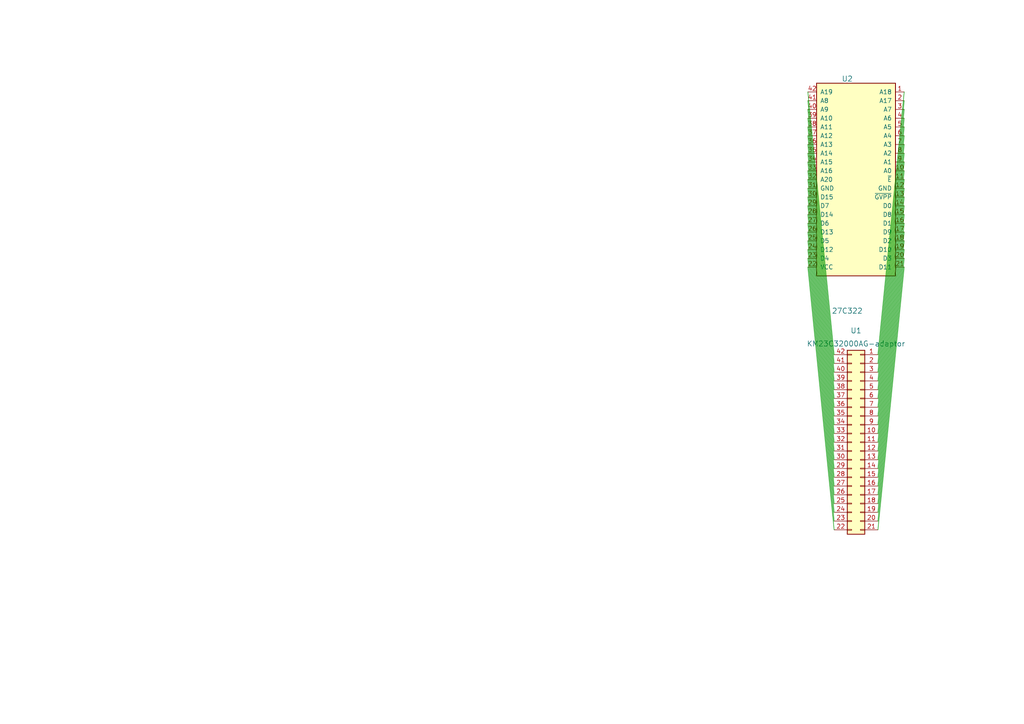
<source format=kicad_sch>
(kicad_sch (version 20211123) (generator eeschema)

  (uuid 4a8c20fe-5d4b-4608-b415-abbf95e0d2b1)

  (paper "A4")

  (lib_symbols
    (symbol "Connector_Generic:Conn_02x21_Counter_Clockwise" (pin_names (offset 1.016) hide) (in_bom yes) (on_board yes)
      (property "Reference" "J" (id 0) (at 1.27 27.94 0)
        (effects (font (size 1.27 1.27)))
      )
      (property "Value" "Conn_02x21_Counter_Clockwise" (id 1) (at 1.27 -27.94 0)
        (effects (font (size 1.27 1.27)))
      )
      (property "Footprint" "" (id 2) (at 0 0 0)
        (effects (font (size 1.27 1.27)) hide)
      )
      (property "Datasheet" "~" (id 3) (at 0 0 0)
        (effects (font (size 1.27 1.27)) hide)
      )
      (property "ki_keywords" "connector" (id 4) (at 0 0 0)
        (effects (font (size 1.27 1.27)) hide)
      )
      (property "ki_description" "Generic connector, double row, 02x21, counter clockwise pin numbering scheme (similar to DIP packge numbering), script generated (kicad-library-utils/schlib/autogen/connector/)" (id 5) (at 0 0 0)
        (effects (font (size 1.27 1.27)) hide)
      )
      (property "ki_fp_filters" "Connector*:*_2x??_*" (id 6) (at 0 0 0)
        (effects (font (size 1.27 1.27)) hide)
      )
      (symbol "Conn_02x21_Counter_Clockwise_1_1"
        (rectangle (start -1.27 -25.273) (end 0 -25.527)
          (stroke (width 0.1524) (type default) (color 0 0 0 0))
          (fill (type none))
        )
        (rectangle (start -1.27 -22.733) (end 0 -22.987)
          (stroke (width 0.1524) (type default) (color 0 0 0 0))
          (fill (type none))
        )
        (rectangle (start -1.27 -20.193) (end 0 -20.447)
          (stroke (width 0.1524) (type default) (color 0 0 0 0))
          (fill (type none))
        )
        (rectangle (start -1.27 -17.653) (end 0 -17.907)
          (stroke (width 0.1524) (type default) (color 0 0 0 0))
          (fill (type none))
        )
        (rectangle (start -1.27 -15.113) (end 0 -15.367)
          (stroke (width 0.1524) (type default) (color 0 0 0 0))
          (fill (type none))
        )
        (rectangle (start -1.27 -12.573) (end 0 -12.827)
          (stroke (width 0.1524) (type default) (color 0 0 0 0))
          (fill (type none))
        )
        (rectangle (start -1.27 -10.033) (end 0 -10.287)
          (stroke (width 0.1524) (type default) (color 0 0 0 0))
          (fill (type none))
        )
        (rectangle (start -1.27 -7.493) (end 0 -7.747)
          (stroke (width 0.1524) (type default) (color 0 0 0 0))
          (fill (type none))
        )
        (rectangle (start -1.27 -4.953) (end 0 -5.207)
          (stroke (width 0.1524) (type default) (color 0 0 0 0))
          (fill (type none))
        )
        (rectangle (start -1.27 -2.413) (end 0 -2.667)
          (stroke (width 0.1524) (type default) (color 0 0 0 0))
          (fill (type none))
        )
        (rectangle (start -1.27 0.127) (end 0 -0.127)
          (stroke (width 0.1524) (type default) (color 0 0 0 0))
          (fill (type none))
        )
        (rectangle (start -1.27 2.667) (end 0 2.413)
          (stroke (width 0.1524) (type default) (color 0 0 0 0))
          (fill (type none))
        )
        (rectangle (start -1.27 5.207) (end 0 4.953)
          (stroke (width 0.1524) (type default) (color 0 0 0 0))
          (fill (type none))
        )
        (rectangle (start -1.27 7.747) (end 0 7.493)
          (stroke (width 0.1524) (type default) (color 0 0 0 0))
          (fill (type none))
        )
        (rectangle (start -1.27 10.287) (end 0 10.033)
          (stroke (width 0.1524) (type default) (color 0 0 0 0))
          (fill (type none))
        )
        (rectangle (start -1.27 12.827) (end 0 12.573)
          (stroke (width 0.1524) (type default) (color 0 0 0 0))
          (fill (type none))
        )
        (rectangle (start -1.27 15.367) (end 0 15.113)
          (stroke (width 0.1524) (type default) (color 0 0 0 0))
          (fill (type none))
        )
        (rectangle (start -1.27 17.907) (end 0 17.653)
          (stroke (width 0.1524) (type default) (color 0 0 0 0))
          (fill (type none))
        )
        (rectangle (start -1.27 20.447) (end 0 20.193)
          (stroke (width 0.1524) (type default) (color 0 0 0 0))
          (fill (type none))
        )
        (rectangle (start -1.27 22.987) (end 0 22.733)
          (stroke (width 0.1524) (type default) (color 0 0 0 0))
          (fill (type none))
        )
        (rectangle (start -1.27 25.527) (end 0 25.273)
          (stroke (width 0.1524) (type default) (color 0 0 0 0))
          (fill (type none))
        )
        (rectangle (start -1.27 26.67) (end 3.81 -26.67)
          (stroke (width 0.254) (type default) (color 0 0 0 0))
          (fill (type background))
        )
        (rectangle (start 3.81 -25.273) (end 2.54 -25.527)
          (stroke (width 0.1524) (type default) (color 0 0 0 0))
          (fill (type none))
        )
        (rectangle (start 3.81 -22.733) (end 2.54 -22.987)
          (stroke (width 0.1524) (type default) (color 0 0 0 0))
          (fill (type none))
        )
        (rectangle (start 3.81 -20.193) (end 2.54 -20.447)
          (stroke (width 0.1524) (type default) (color 0 0 0 0))
          (fill (type none))
        )
        (rectangle (start 3.81 -17.653) (end 2.54 -17.907)
          (stroke (width 0.1524) (type default) (color 0 0 0 0))
          (fill (type none))
        )
        (rectangle (start 3.81 -15.113) (end 2.54 -15.367)
          (stroke (width 0.1524) (type default) (color 0 0 0 0))
          (fill (type none))
        )
        (rectangle (start 3.81 -12.573) (end 2.54 -12.827)
          (stroke (width 0.1524) (type default) (color 0 0 0 0))
          (fill (type none))
        )
        (rectangle (start 3.81 -10.033) (end 2.54 -10.287)
          (stroke (width 0.1524) (type default) (color 0 0 0 0))
          (fill (type none))
        )
        (rectangle (start 3.81 -7.493) (end 2.54 -7.747)
          (stroke (width 0.1524) (type default) (color 0 0 0 0))
          (fill (type none))
        )
        (rectangle (start 3.81 -4.953) (end 2.54 -5.207)
          (stroke (width 0.1524) (type default) (color 0 0 0 0))
          (fill (type none))
        )
        (rectangle (start 3.81 -2.413) (end 2.54 -2.667)
          (stroke (width 0.1524) (type default) (color 0 0 0 0))
          (fill (type none))
        )
        (rectangle (start 3.81 0.127) (end 2.54 -0.127)
          (stroke (width 0.1524) (type default) (color 0 0 0 0))
          (fill (type none))
        )
        (rectangle (start 3.81 2.667) (end 2.54 2.413)
          (stroke (width 0.1524) (type default) (color 0 0 0 0))
          (fill (type none))
        )
        (rectangle (start 3.81 5.207) (end 2.54 4.953)
          (stroke (width 0.1524) (type default) (color 0 0 0 0))
          (fill (type none))
        )
        (rectangle (start 3.81 7.747) (end 2.54 7.493)
          (stroke (width 0.1524) (type default) (color 0 0 0 0))
          (fill (type none))
        )
        (rectangle (start 3.81 10.287) (end 2.54 10.033)
          (stroke (width 0.1524) (type default) (color 0 0 0 0))
          (fill (type none))
        )
        (rectangle (start 3.81 12.827) (end 2.54 12.573)
          (stroke (width 0.1524) (type default) (color 0 0 0 0))
          (fill (type none))
        )
        (rectangle (start 3.81 15.367) (end 2.54 15.113)
          (stroke (width 0.1524) (type default) (color 0 0 0 0))
          (fill (type none))
        )
        (rectangle (start 3.81 17.907) (end 2.54 17.653)
          (stroke (width 0.1524) (type default) (color 0 0 0 0))
          (fill (type none))
        )
        (rectangle (start 3.81 20.447) (end 2.54 20.193)
          (stroke (width 0.1524) (type default) (color 0 0 0 0))
          (fill (type none))
        )
        (rectangle (start 3.81 22.987) (end 2.54 22.733)
          (stroke (width 0.1524) (type default) (color 0 0 0 0))
          (fill (type none))
        )
        (rectangle (start 3.81 25.527) (end 2.54 25.273)
          (stroke (width 0.1524) (type default) (color 0 0 0 0))
          (fill (type none))
        )
        (pin passive line (at -5.08 25.4 0) (length 3.81)
          (name "Pin_1" (effects (font (size 1.27 1.27))))
          (number "1" (effects (font (size 1.27 1.27))))
        )
        (pin passive line (at -5.08 2.54 0) (length 3.81)
          (name "Pin_10" (effects (font (size 1.27 1.27))))
          (number "10" (effects (font (size 1.27 1.27))))
        )
        (pin passive line (at -5.08 0 0) (length 3.81)
          (name "Pin_11" (effects (font (size 1.27 1.27))))
          (number "11" (effects (font (size 1.27 1.27))))
        )
        (pin passive line (at -5.08 -2.54 0) (length 3.81)
          (name "Pin_12" (effects (font (size 1.27 1.27))))
          (number "12" (effects (font (size 1.27 1.27))))
        )
        (pin passive line (at -5.08 -5.08 0) (length 3.81)
          (name "Pin_13" (effects (font (size 1.27 1.27))))
          (number "13" (effects (font (size 1.27 1.27))))
        )
        (pin passive line (at -5.08 -7.62 0) (length 3.81)
          (name "Pin_14" (effects (font (size 1.27 1.27))))
          (number "14" (effects (font (size 1.27 1.27))))
        )
        (pin passive line (at -5.08 -10.16 0) (length 3.81)
          (name "Pin_15" (effects (font (size 1.27 1.27))))
          (number "15" (effects (font (size 1.27 1.27))))
        )
        (pin passive line (at -5.08 -12.7 0) (length 3.81)
          (name "Pin_16" (effects (font (size 1.27 1.27))))
          (number "16" (effects (font (size 1.27 1.27))))
        )
        (pin passive line (at -5.08 -15.24 0) (length 3.81)
          (name "Pin_17" (effects (font (size 1.27 1.27))))
          (number "17" (effects (font (size 1.27 1.27))))
        )
        (pin passive line (at -5.08 -17.78 0) (length 3.81)
          (name "Pin_18" (effects (font (size 1.27 1.27))))
          (number "18" (effects (font (size 1.27 1.27))))
        )
        (pin passive line (at -5.08 -20.32 0) (length 3.81)
          (name "Pin_19" (effects (font (size 1.27 1.27))))
          (number "19" (effects (font (size 1.27 1.27))))
        )
        (pin passive line (at -5.08 22.86 0) (length 3.81)
          (name "Pin_2" (effects (font (size 1.27 1.27))))
          (number "2" (effects (font (size 1.27 1.27))))
        )
        (pin passive line (at -5.08 -22.86 0) (length 3.81)
          (name "Pin_20" (effects (font (size 1.27 1.27))))
          (number "20" (effects (font (size 1.27 1.27))))
        )
        (pin passive line (at -5.08 -25.4 0) (length 3.81)
          (name "Pin_21" (effects (font (size 1.27 1.27))))
          (number "21" (effects (font (size 1.27 1.27))))
        )
        (pin passive line (at 7.62 -25.4 180) (length 3.81)
          (name "Pin_22" (effects (font (size 1.27 1.27))))
          (number "22" (effects (font (size 1.27 1.27))))
        )
        (pin passive line (at 7.62 -22.86 180) (length 3.81)
          (name "Pin_23" (effects (font (size 1.27 1.27))))
          (number "23" (effects (font (size 1.27 1.27))))
        )
        (pin passive line (at 7.62 -20.32 180) (length 3.81)
          (name "Pin_24" (effects (font (size 1.27 1.27))))
          (number "24" (effects (font (size 1.27 1.27))))
        )
        (pin passive line (at 7.62 -17.78 180) (length 3.81)
          (name "Pin_25" (effects (font (size 1.27 1.27))))
          (number "25" (effects (font (size 1.27 1.27))))
        )
        (pin passive line (at 7.62 -15.24 180) (length 3.81)
          (name "Pin_26" (effects (font (size 1.27 1.27))))
          (number "26" (effects (font (size 1.27 1.27))))
        )
        (pin passive line (at 7.62 -12.7 180) (length 3.81)
          (name "Pin_27" (effects (font (size 1.27 1.27))))
          (number "27" (effects (font (size 1.27 1.27))))
        )
        (pin passive line (at 7.62 -10.16 180) (length 3.81)
          (name "Pin_28" (effects (font (size 1.27 1.27))))
          (number "28" (effects (font (size 1.27 1.27))))
        )
        (pin passive line (at 7.62 -7.62 180) (length 3.81)
          (name "Pin_29" (effects (font (size 1.27 1.27))))
          (number "29" (effects (font (size 1.27 1.27))))
        )
        (pin passive line (at -5.08 20.32 0) (length 3.81)
          (name "Pin_3" (effects (font (size 1.27 1.27))))
          (number "3" (effects (font (size 1.27 1.27))))
        )
        (pin passive line (at 7.62 -5.08 180) (length 3.81)
          (name "Pin_30" (effects (font (size 1.27 1.27))))
          (number "30" (effects (font (size 1.27 1.27))))
        )
        (pin passive line (at 7.62 -2.54 180) (length 3.81)
          (name "Pin_31" (effects (font (size 1.27 1.27))))
          (number "31" (effects (font (size 1.27 1.27))))
        )
        (pin passive line (at 7.62 0 180) (length 3.81)
          (name "Pin_32" (effects (font (size 1.27 1.27))))
          (number "32" (effects (font (size 1.27 1.27))))
        )
        (pin passive line (at 7.62 2.54 180) (length 3.81)
          (name "Pin_33" (effects (font (size 1.27 1.27))))
          (number "33" (effects (font (size 1.27 1.27))))
        )
        (pin passive line (at 7.62 5.08 180) (length 3.81)
          (name "Pin_34" (effects (font (size 1.27 1.27))))
          (number "34" (effects (font (size 1.27 1.27))))
        )
        (pin passive line (at 7.62 7.62 180) (length 3.81)
          (name "Pin_35" (effects (font (size 1.27 1.27))))
          (number "35" (effects (font (size 1.27 1.27))))
        )
        (pin passive line (at 7.62 10.16 180) (length 3.81)
          (name "Pin_36" (effects (font (size 1.27 1.27))))
          (number "36" (effects (font (size 1.27 1.27))))
        )
        (pin passive line (at 7.62 12.7 180) (length 3.81)
          (name "Pin_37" (effects (font (size 1.27 1.27))))
          (number "37" (effects (font (size 1.27 1.27))))
        )
        (pin passive line (at 7.62 15.24 180) (length 3.81)
          (name "Pin_38" (effects (font (size 1.27 1.27))))
          (number "38" (effects (font (size 1.27 1.27))))
        )
        (pin passive line (at 7.62 17.78 180) (length 3.81)
          (name "Pin_39" (effects (font (size 1.27 1.27))))
          (number "39" (effects (font (size 1.27 1.27))))
        )
        (pin passive line (at -5.08 17.78 0) (length 3.81)
          (name "Pin_4" (effects (font (size 1.27 1.27))))
          (number "4" (effects (font (size 1.27 1.27))))
        )
        (pin passive line (at 7.62 20.32 180) (length 3.81)
          (name "Pin_40" (effects (font (size 1.27 1.27))))
          (number "40" (effects (font (size 1.27 1.27))))
        )
        (pin passive line (at 7.62 22.86 180) (length 3.81)
          (name "Pin_41" (effects (font (size 1.27 1.27))))
          (number "41" (effects (font (size 1.27 1.27))))
        )
        (pin passive line (at 7.62 25.4 180) (length 3.81)
          (name "Pin_42" (effects (font (size 1.27 1.27))))
          (number "42" (effects (font (size 1.27 1.27))))
        )
        (pin passive line (at -5.08 15.24 0) (length 3.81)
          (name "Pin_5" (effects (font (size 1.27 1.27))))
          (number "5" (effects (font (size 1.27 1.27))))
        )
        (pin passive line (at -5.08 12.7 0) (length 3.81)
          (name "Pin_6" (effects (font (size 1.27 1.27))))
          (number "6" (effects (font (size 1.27 1.27))))
        )
        (pin passive line (at -5.08 10.16 0) (length 3.81)
          (name "Pin_7" (effects (font (size 1.27 1.27))))
          (number "7" (effects (font (size 1.27 1.27))))
        )
        (pin passive line (at -5.08 7.62 0) (length 3.81)
          (name "Pin_8" (effects (font (size 1.27 1.27))))
          (number "8" (effects (font (size 1.27 1.27))))
        )
        (pin passive line (at -5.08 5.08 0) (length 3.81)
          (name "Pin_9" (effects (font (size 1.27 1.27))))
          (number "9" (effects (font (size 1.27 1.27))))
        )
      )
    )
    (symbol "TSOP-48-breakout-board:27C322-adaptor" (pin_names (offset 1.016)) (in_bom yes) (on_board yes)
      (property "Reference" "U2" (id 0) (at -2.54 10.16 0)
        (effects (font (size 1.524 1.524)))
      )
      (property "Value" "27C322-adaptor" (id 1) (at -2.54 -49.53 0)
        (effects (font (size 1.524 1.524)))
      )
      (property "Footprint" "Library:27C322 Adaptor" (id 2) (at 0 0 0)
        (effects (font (size 1.524 1.524)) hide)
      )
      (property "Datasheet" "" (id 3) (at 0 0 0)
        (effects (font (size 1.524 1.524)))
      )
      (symbol "27C322-adaptor_0_0"
        (pin power_in line (at 11.43 -21.59 180) (length 2.54)
          (name "GND" (effects (font (size 1.27 1.27))))
          (number "31" (effects (font (size 1.27 1.27))))
        )
      )
      (symbol "27C322-adaptor_1_1"
        (rectangle (start -13.97 8.89) (end 8.89 -46.99)
          (stroke (width 0.254) (type default) (color 0 0 0 0))
          (fill (type background))
        )
        (pin input line (at -16.51 6.35 0) (length 2.54)
          (name "A18" (effects (font (size 1.27 1.27))))
          (number "1" (effects (font (size 1.27 1.27))))
        )
        (pin input line (at -16.51 -16.51 0) (length 2.54)
          (name "A0" (effects (font (size 1.27 1.27))))
          (number "10" (effects (font (size 1.27 1.27))))
        )
        (pin input line (at -16.51 -19.05 0) (length 2.54)
          (name "~{E}" (effects (font (size 1.27 1.27))))
          (number "11" (effects (font (size 1.27 1.27))))
        )
        (pin power_in line (at -16.51 -21.59 0) (length 2.54)
          (name "GND" (effects (font (size 1.27 1.27))))
          (number "12" (effects (font (size 1.27 1.27))))
        )
        (pin input line (at -16.51 -24.13 0) (length 2.54)
          (name "~{GVPP}" (effects (font (size 1.27 1.27))))
          (number "13" (effects (font (size 1.27 1.27))))
        )
        (pin tri_state line (at -16.51 -26.67 0) (length 2.54)
          (name "D0" (effects (font (size 1.27 1.27))))
          (number "14" (effects (font (size 1.27 1.27))))
        )
        (pin tri_state line (at -16.51 -29.21 0) (length 2.54)
          (name "D8" (effects (font (size 1.27 1.27))))
          (number "15" (effects (font (size 1.27 1.27))))
        )
        (pin tri_state line (at -16.51 -31.75 0) (length 2.54)
          (name "D1" (effects (font (size 1.27 1.27))))
          (number "16" (effects (font (size 1.27 1.27))))
        )
        (pin tri_state line (at -16.51 -34.29 0) (length 2.54)
          (name "D9" (effects (font (size 1.27 1.27))))
          (number "17" (effects (font (size 1.27 1.27))))
        )
        (pin tri_state line (at -16.51 -36.83 0) (length 2.54)
          (name "D2" (effects (font (size 1.27 1.27))))
          (number "18" (effects (font (size 1.27 1.27))))
        )
        (pin tri_state line (at -16.51 -39.37 0) (length 2.54)
          (name "D10" (effects (font (size 1.27 1.27))))
          (number "19" (effects (font (size 1.27 1.27))))
        )
        (pin input line (at -16.51 3.81 0) (length 2.54)
          (name "A17" (effects (font (size 1.27 1.27))))
          (number "2" (effects (font (size 1.27 1.27))))
        )
        (pin tri_state line (at -16.51 -41.91 0) (length 2.54)
          (name "D3" (effects (font (size 1.27 1.27))))
          (number "20" (effects (font (size 1.27 1.27))))
        )
        (pin tri_state line (at -16.51 -44.45 0) (length 2.54)
          (name "D11" (effects (font (size 1.27 1.27))))
          (number "21" (effects (font (size 1.27 1.27))))
        )
        (pin power_in line (at 11.43 -44.45 180) (length 2.54)
          (name "VCC" (effects (font (size 1.27 1.27))))
          (number "22" (effects (font (size 1.27 1.27))))
        )
        (pin tri_state line (at 11.43 -41.91 180) (length 2.54)
          (name "D4" (effects (font (size 1.27 1.27))))
          (number "23" (effects (font (size 1.27 1.27))))
        )
        (pin tri_state line (at 11.43 -39.37 180) (length 2.54)
          (name "D12" (effects (font (size 1.27 1.27))))
          (number "24" (effects (font (size 1.27 1.27))))
        )
        (pin tri_state line (at 11.43 -36.83 180) (length 2.54)
          (name "D5" (effects (font (size 1.27 1.27))))
          (number "25" (effects (font (size 1.27 1.27))))
        )
        (pin tri_state line (at 11.43 -34.29 180) (length 2.54)
          (name "D13" (effects (font (size 1.27 1.27))))
          (number "26" (effects (font (size 1.27 1.27))))
        )
        (pin tri_state line (at 11.43 -31.75 180) (length 2.54)
          (name "D6" (effects (font (size 1.27 1.27))))
          (number "27" (effects (font (size 1.27 1.27))))
        )
        (pin tri_state line (at 11.43 -29.21 180) (length 2.54)
          (name "D14" (effects (font (size 1.27 1.27))))
          (number "28" (effects (font (size 1.27 1.27))))
        )
        (pin tri_state line (at 11.43 -26.67 180) (length 2.54)
          (name "D7" (effects (font (size 1.27 1.27))))
          (number "29" (effects (font (size 1.27 1.27))))
        )
        (pin input line (at -16.51 1.27 0) (length 2.54)
          (name "A7" (effects (font (size 1.27 1.27))))
          (number "3" (effects (font (size 1.27 1.27))))
        )
        (pin tri_state line (at 11.43 -24.13 180) (length 2.54)
          (name "D15" (effects (font (size 1.27 1.27))))
          (number "30" (effects (font (size 1.27 1.27))))
        )
        (pin input line (at 11.43 -19.05 180) (length 2.54)
          (name "A20" (effects (font (size 1.27 1.27))))
          (number "32" (effects (font (size 1.27 1.27))))
        )
        (pin input line (at 11.43 -16.51 180) (length 2.54)
          (name "A16" (effects (font (size 1.27 1.27))))
          (number "33" (effects (font (size 1.27 1.27))))
        )
        (pin input line (at 11.43 -13.97 180) (length 2.54)
          (name "A15" (effects (font (size 1.27 1.27))))
          (number "34" (effects (font (size 1.27 1.27))))
        )
        (pin input line (at 11.43 -11.43 180) (length 2.54)
          (name "A14" (effects (font (size 1.27 1.27))))
          (number "35" (effects (font (size 1.27 1.27))))
        )
        (pin input line (at 11.43 -8.89 180) (length 2.54)
          (name "A13" (effects (font (size 1.27 1.27))))
          (number "36" (effects (font (size 1.27 1.27))))
        )
        (pin input line (at 11.43 -6.35 180) (length 2.54)
          (name "A12" (effects (font (size 1.27 1.27))))
          (number "37" (effects (font (size 1.27 1.27))))
        )
        (pin input line (at 11.43 -3.81 180) (length 2.54)
          (name "A11" (effects (font (size 1.27 1.27))))
          (number "38" (effects (font (size 1.27 1.27))))
        )
        (pin input line (at 11.43 -1.27 180) (length 2.54)
          (name "A10" (effects (font (size 1.27 1.27))))
          (number "39" (effects (font (size 1.27 1.27))))
        )
        (pin input line (at -16.51 -1.27 0) (length 2.54)
          (name "A6" (effects (font (size 1.27 1.27))))
          (number "4" (effects (font (size 1.27 1.27))))
        )
        (pin input line (at 11.43 1.27 180) (length 2.54)
          (name "A9" (effects (font (size 1.27 1.27))))
          (number "40" (effects (font (size 1.27 1.27))))
        )
        (pin input line (at 11.43 3.81 180) (length 2.54)
          (name "A8" (effects (font (size 1.27 1.27))))
          (number "41" (effects (font (size 1.27 1.27))))
        )
        (pin input line (at 11.43 6.35 180) (length 2.54)
          (name "A19" (effects (font (size 1.27 1.27))))
          (number "42" (effects (font (size 1.27 1.27))))
        )
        (pin input line (at -16.51 -3.81 0) (length 2.54)
          (name "A5" (effects (font (size 1.27 1.27))))
          (number "5" (effects (font (size 1.27 1.27))))
        )
        (pin input line (at -16.51 -6.35 0) (length 2.54)
          (name "A4" (effects (font (size 1.27 1.27))))
          (number "6" (effects (font (size 1.27 1.27))))
        )
        (pin input line (at -16.51 -8.89 0) (length 2.54)
          (name "A3" (effects (font (size 1.27 1.27))))
          (number "7" (effects (font (size 1.27 1.27))))
        )
        (pin input line (at -16.51 -11.43 0) (length 2.54)
          (name "A2" (effects (font (size 1.27 1.27))))
          (number "8" (effects (font (size 1.27 1.27))))
        )
        (pin input line (at -16.51 -13.97 0) (length 2.54)
          (name "A1" (effects (font (size 1.27 1.27))))
          (number "9" (effects (font (size 1.27 1.27))))
        )
      )
    )
  )


  (wire (pts (xy 241.935 151.13) (xy 234.315 74.93))
    (stroke (width 0) (type default) (color 0 0 0 0))
    (uuid 0802501d-3d05-4e20-879e-d5c41869d3b1)
  )
  (wire (pts (xy 241.935 153.67) (xy 234.315 77.47))
    (stroke (width 0) (type default) (color 0 0 0 0))
    (uuid 0c73bac1-e9e8-4f8f-b5b9-5457c2237590)
  )
  (wire (pts (xy 254.635 107.95) (xy 262.255 31.75))
    (stroke (width 0) (type default) (color 0 0 0 0))
    (uuid 0f071380-d7d1-4321-81cf-514cea8dee1b)
  )
  (wire (pts (xy 254.635 120.65) (xy 262.255 44.45))
    (stroke (width 0) (type default) (color 0 0 0 0))
    (uuid 107d505e-203b-49bd-8b97-9ad239817cdc)
  )
  (wire (pts (xy 241.935 143.51) (xy 234.315 67.31))
    (stroke (width 0) (type default) (color 0 0 0 0))
    (uuid 1b9a06a3-4c59-44e9-832b-f3cc647560da)
  )
  (wire (pts (xy 254.635 102.87) (xy 262.255 26.67))
    (stroke (width 0) (type default) (color 0 0 0 0))
    (uuid 23d4daef-2519-4a9e-956e-40364ae27057)
  )
  (wire (pts (xy 254.635 151.13) (xy 262.255 74.93))
    (stroke (width 0) (type default) (color 0 0 0 0))
    (uuid 25c91e07-f1f4-4adc-98c1-dba4e76dda30)
  )
  (wire (pts (xy 241.935 120.65) (xy 234.315 44.45))
    (stroke (width 0) (type default) (color 0 0 0 0))
    (uuid 293105dc-bc4f-4efe-b6fe-144fccf389ad)
  )
  (wire (pts (xy 241.935 125.73) (xy 234.315 49.53))
    (stroke (width 0) (type default) (color 0 0 0 0))
    (uuid 2edc2796-fd54-4d36-a4bf-128664671600)
  )
  (wire (pts (xy 254.635 110.49) (xy 262.255 34.29))
    (stroke (width 0) (type default) (color 0 0 0 0))
    (uuid 31284fb5-1f3f-4492-9b18-58a99854cd39)
  )
  (wire (pts (xy 241.935 113.03) (xy 234.315 36.83))
    (stroke (width 0) (type default) (color 0 0 0 0))
    (uuid 4659ecc7-a410-42be-87ea-642dd94aea53)
  )
  (wire (pts (xy 254.635 123.19) (xy 262.255 46.99))
    (stroke (width 0) (type default) (color 0 0 0 0))
    (uuid 7bc561c8-270c-4112-a2d1-7bc957114018)
  )
  (wire (pts (xy 241.935 118.11) (xy 234.315 41.91))
    (stroke (width 0) (type default) (color 0 0 0 0))
    (uuid 87428f2e-3e08-46ba-909d-f74b78046cc2)
  )
  (wire (pts (xy 241.935 146.05) (xy 234.315 69.85))
    (stroke (width 0) (type default) (color 0 0 0 0))
    (uuid 8d984d01-bb85-4f4c-ab15-e7be3e85e7f4)
  )
  (wire (pts (xy 241.935 105.41) (xy 234.315 29.21))
    (stroke (width 0) (type default) (color 0 0 0 0))
    (uuid 996b8fce-a9dc-47db-9b5c-46be5e3b78e6)
  )
  (wire (pts (xy 241.935 140.97) (xy 234.315 64.77))
    (stroke (width 0) (type default) (color 0 0 0 0))
    (uuid 9a629ee2-c9fd-4eb2-8524-863f46180fbf)
  )
  (wire (pts (xy 254.635 146.05) (xy 262.255 69.85))
    (stroke (width 0) (type default) (color 0 0 0 0))
    (uuid 9d3fefc4-ac40-412a-a8ff-3843e383cfc7)
  )
  (wire (pts (xy 254.635 105.41) (xy 262.255 29.21))
    (stroke (width 0) (type default) (color 0 0 0 0))
    (uuid 9fde582c-1588-49ed-b2ad-3ed07268b573)
  )
  (wire (pts (xy 241.935 128.27) (xy 234.315 52.07))
    (stroke (width 0) (type default) (color 0 0 0 0))
    (uuid a2252d99-b468-4519-aa91-ff829a5f5f7b)
  )
  (wire (pts (xy 254.635 128.27) (xy 262.255 52.07))
    (stroke (width 0) (type default) (color 0 0 0 0))
    (uuid a52f7428-a1ac-49cd-9922-ab45a0dad723)
  )
  (wire (pts (xy 241.935 138.43) (xy 234.315 62.23))
    (stroke (width 0) (type default) (color 0 0 0 0))
    (uuid a5340d01-3725-42ec-b96d-32b35e9392a4)
  )
  (wire (pts (xy 241.935 115.57) (xy 234.315 39.37))
    (stroke (width 0) (type default) (color 0 0 0 0))
    (uuid b49d9ea7-3c9a-4c29-8617-edfc525dd4ac)
  )
  (wire (pts (xy 254.635 140.97) (xy 262.255 64.77))
    (stroke (width 0) (type default) (color 0 0 0 0))
    (uuid ba87378b-5395-4518-9304-4145cf7a0e21)
  )
  (wire (pts (xy 241.935 107.95) (xy 234.315 31.75))
    (stroke (width 0) (type default) (color 0 0 0 0))
    (uuid c2ada203-e68c-4bfd-b68c-e9533888dd1c)
  )
  (wire (pts (xy 241.935 110.49) (xy 234.315 34.29))
    (stroke (width 0) (type default) (color 0 0 0 0))
    (uuid c7b427ec-7faa-4f0a-80f9-46d179bf4762)
  )
  (wire (pts (xy 241.935 102.87) (xy 234.315 26.67))
    (stroke (width 0) (type default) (color 0 0 0 0))
    (uuid c96e37fa-c235-40ca-ab76-c881d371890a)
  )
  (wire (pts (xy 254.635 135.89) (xy 262.255 59.69))
    (stroke (width 0) (type default) (color 0 0 0 0))
    (uuid cb2f6f5a-ee73-4175-83db-8e47f6018d69)
  )
  (wire (pts (xy 254.635 125.73) (xy 262.255 49.53))
    (stroke (width 0) (type default) (color 0 0 0 0))
    (uuid cbdec8ef-75e2-4d0d-8607-ed8fa0dbbf72)
  )
  (wire (pts (xy 241.935 135.89) (xy 234.315 59.69))
    (stroke (width 0) (type default) (color 0 0 0 0))
    (uuid cc988073-76fc-4ed5-87f2-01f157bf967f)
  )
  (wire (pts (xy 241.935 130.81) (xy 234.315 54.61))
    (stroke (width 0) (type default) (color 0 0 0 0))
    (uuid cd713964-0413-4aa8-8417-4b1003d5ee33)
  )
  (wire (pts (xy 254.635 148.59) (xy 262.255 72.39))
    (stroke (width 0) (type default) (color 0 0 0 0))
    (uuid d0c0618b-6894-4430-b57c-4cbca83cc627)
  )
  (wire (pts (xy 254.635 133.35) (xy 262.255 57.15))
    (stroke (width 0) (type default) (color 0 0 0 0))
    (uuid d5cefa3e-1722-401b-b7e5-1626fa3475db)
  )
  (wire (pts (xy 241.935 123.19) (xy 234.315 46.99))
    (stroke (width 0) (type default) (color 0 0 0 0))
    (uuid d62aed25-25b6-4a1d-82a8-4a66a814c4a9)
  )
  (wire (pts (xy 254.635 113.03) (xy 262.255 36.83))
    (stroke (width 0) (type default) (color 0 0 0 0))
    (uuid db971ace-bfe1-4e76-bb78-5be3cce94969)
  )
  (wire (pts (xy 254.635 118.11) (xy 262.255 41.91))
    (stroke (width 0) (type default) (color 0 0 0 0))
    (uuid dd6f9b03-3a18-4c34-8112-dda50f47dbb6)
  )
  (wire (pts (xy 241.935 148.59) (xy 234.315 72.39))
    (stroke (width 0) (type default) (color 0 0 0 0))
    (uuid de6b3fc0-046f-410c-b18a-fa3228de1954)
  )
  (wire (pts (xy 254.635 115.57) (xy 262.255 39.37))
    (stroke (width 0) (type default) (color 0 0 0 0))
    (uuid eb7ee07d-7812-4456-aa00-2853806d7bd2)
  )
  (wire (pts (xy 241.935 133.35) (xy 234.315 57.15))
    (stroke (width 0) (type default) (color 0 0 0 0))
    (uuid ee6a508c-5c42-4ac1-8769-34882997fbf9)
  )
  (wire (pts (xy 254.635 143.51) (xy 262.255 67.31))
    (stroke (width 0) (type default) (color 0 0 0 0))
    (uuid f6399307-09ac-458f-bc4f-fbd1d2971700)
  )
  (wire (pts (xy 254.635 138.43) (xy 262.255 62.23))
    (stroke (width 0) (type default) (color 0 0 0 0))
    (uuid f9ab5342-2bc9-4608-a6c6-4251db6c66f5)
  )
  (wire (pts (xy 254.635 130.81) (xy 262.255 54.61))
    (stroke (width 0) (type default) (color 0 0 0 0))
    (uuid fe207d89-78d6-47d3-8b1f-2236b40a28d3)
  )
  (wire (pts (xy 254.635 153.67) (xy 262.255 77.47))
    (stroke (width 0) (type default) (color 0 0 0 0))
    (uuid ff1c02c6-7716-4b90-854c-f5fff48f7b95)
  )

  (symbol (lib_id "Connector_Generic:Conn_02x21_Counter_Clockwise") (at 249.555 128.27 0) (mirror y) (unit 1)
    (in_bom yes) (on_board yes) (fields_autoplaced)
    (uuid 6d752d53-f260-4225-9217-d249f80a1880)
    (property "Reference" "U1" (id 0) (at 248.285 95.885 0)
      (effects (font (size 1.524 1.524)))
    )
    (property "Value" "KM23C32000AG-adaptor" (id 1) (at 248.285 99.695 0)
      (effects (font (size 1.524 1.524)))
    )
    (property "Footprint" "Connector_PinHeader_1.27mm:PinHeader_2x21_P1.27mm_Vertical" (id 2) (at 249.555 128.27 0)
      (effects (font (size 1.524 1.524)) hide)
    )
    (property "Datasheet" "~" (id 3) (at 249.555 128.27 0)
      (effects (font (size 1.27 1.27)) hide)
    )
    (pin "1" (uuid 1d8e58a9-0c88-4b67-86d3-6a833eb85792))
    (pin "10" (uuid eba6c92e-a9cd-4bc6-a8be-fad3002bc54f))
    (pin "11" (uuid f2f719e7-dae1-4b9e-93be-57cfec141143))
    (pin "12" (uuid 34408697-f01c-4f00-a5ac-5d0e1bff6e8c))
    (pin "13" (uuid f7a59693-aaf5-4213-a16e-02d026208778))
    (pin "14" (uuid da7a22a9-3a11-4db8-a26d-7ce87e5a0d3d))
    (pin "15" (uuid d0e08743-643b-4c02-b85a-c3071b870138))
    (pin "16" (uuid 658e8794-aa63-4784-af52-6ba0f218207e))
    (pin "17" (uuid 3ae5ddbb-bc0a-4e29-9248-b6288584514a))
    (pin "18" (uuid ff3bd039-d95c-4a30-abf5-330d06a90845))
    (pin "19" (uuid 34936dcf-d158-4fb6-be91-b81785cc6207))
    (pin "2" (uuid 4937a833-08c6-4e5e-a044-cc877c939d4e))
    (pin "20" (uuid 322948f1-540f-4454-a6d3-d818b0eaa953))
    (pin "21" (uuid 763f1b39-1396-4e19-af65-eb5242ffd0ae))
    (pin "22" (uuid effa8813-336a-4f62-ac43-a585f812e30a))
    (pin "23" (uuid 03fb1508-ba98-428c-aae9-82a52737bcfa))
    (pin "24" (uuid a8fe9f89-8591-4fef-bf45-7e1fe6586798))
    (pin "25" (uuid 2f510014-ed2c-484f-94e7-6ebe3fc0def5))
    (pin "26" (uuid a1ee3267-44e1-479a-850a-4c61e95abad4))
    (pin "27" (uuid 4808d493-97f7-4399-b65b-8bd01e0513c9))
    (pin "28" (uuid 96190671-3971-4359-9478-dc5bbaa83615))
    (pin "29" (uuid cd240493-9f1c-4651-8052-0f9b461f871c))
    (pin "3" (uuid 9badf7a1-bfe2-4833-a511-1b6c8d4c218c))
    (pin "30" (uuid 1d265f8f-9c95-4e97-bbed-c98a84e258e4))
    (pin "31" (uuid 2bd240c5-8f46-4d39-8043-8709823b5f7b))
    (pin "32" (uuid 5fb0632a-1fb4-4a48-91f1-60ed847f7b6d))
    (pin "33" (uuid 4542d8ff-e486-4a67-98e4-1ad7ed94d53e))
    (pin "34" (uuid 1052346c-a68b-4e85-ac2e-e465b4eae0a2))
    (pin "35" (uuid 9eab0584-dc78-4271-a2ff-07c569680b09))
    (pin "36" (uuid 8a6c6065-3597-4c5a-bbe6-f77755831737))
    (pin "37" (uuid 636ca145-def4-407f-a62b-2a96e2c6943c))
    (pin "38" (uuid 328d3729-72dd-4f98-8aad-5bbb173f8e20))
    (pin "39" (uuid 34eb5901-89ab-4460-b5cd-9fe9dc571976))
    (pin "4" (uuid dd059ffd-a130-4996-a215-eb23028a1fc8))
    (pin "40" (uuid 9d899dea-cf0b-4dfd-a8e7-22e6713c2501))
    (pin "41" (uuid aa3efb6e-6635-4011-ade6-ef10eca6d06a))
    (pin "42" (uuid ae126346-044f-45f8-889e-e2314361b399))
    (pin "5" (uuid d7fbf555-527e-4b51-970e-f909a10f8ca0))
    (pin "6" (uuid fc7c17ed-1959-4dec-bece-62a5a44ef033))
    (pin "7" (uuid f684e86c-5b0e-4dc8-bcc9-5f47c94832e2))
    (pin "8" (uuid 384babf5-275e-4a78-a011-11458b4b19a9))
    (pin "9" (uuid 8fb7a149-1017-49c1-ab9d-e4c38b2fec31))
  )

  (symbol (lib_id "TSOP-48-breakout-board:27C322-adaptor") (at 245.745 33.02 0) (mirror y) (unit 1)
    (in_bom yes) (on_board yes)
    (uuid 6e8daff9-5cee-4e5e-82ec-4e1dc5d0a8f5)
    (property "Reference" "U2" (id 0) (at 245.745 22.86 0)
      (effects (font (size 1.524 1.524)))
    )
    (property "Value" "27C322" (id 1) (at 245.745 90.17 0)
      (effects (font (size 1.524 1.524)))
    )
    (property "Footprint" "Library:27C322 Adaptor" (id 2) (at 245.745 33.02 0)
      (effects (font (size 1.524 1.524)) hide)
    )
    (property "Datasheet" "" (id 3) (at 245.745 33.02 0)
      (effects (font (size 1.524 1.524)))
    )
    (pin "31" (uuid 4916208d-fbb2-42a3-82e7-ade83595887a))
    (pin "1" (uuid 1c326056-faff-4de3-b55c-6f5ca0eda770))
    (pin "10" (uuid 914c2c1d-9ef5-4f94-b588-ccd8bbb5812f))
    (pin "11" (uuid 97672d48-89b1-4bfd-8615-4d2fcd075bec))
    (pin "12" (uuid d8ed78c1-f1c9-4beb-8eaa-610cfc31fcf5))
    (pin "13" (uuid f67f7f33-fe63-4ad6-b06f-c0442a770810))
    (pin "14" (uuid d8c84950-6f72-4495-9c20-401cfb23d4ab))
    (pin "15" (uuid 6e5df17b-515f-4714-8534-c23325e8eeef))
    (pin "16" (uuid 072349d4-5b48-4bd4-a7c4-131ce95a82d1))
    (pin "17" (uuid d6679356-1842-4aa2-a6e2-e340acccd4ac))
    (pin "18" (uuid 8f3c8499-4f46-4f65-9769-81ca6a9d4098))
    (pin "19" (uuid c1be75a0-2cea-4d5c-9e4b-971d0076baa9))
    (pin "2" (uuid a38383a1-7d3a-40bd-9c43-524b02ad2865))
    (pin "20" (uuid 8aee0cff-f92f-427f-a57f-9b4cb1db1920))
    (pin "21" (uuid 5bb07629-3d63-4eb8-87fc-3aa2d7c45633))
    (pin "22" (uuid 62bd7a92-fd82-4d24-87bd-dd9c73ffb174))
    (pin "23" (uuid 172baa2a-8e8e-43f8-9bcb-70b7d358a23f))
    (pin "24" (uuid 6c2705d2-276d-4fd0-9c05-1fb7b3398579))
    (pin "25" (uuid b1a3596d-1af0-4389-a408-62d91ee5b4d6))
    (pin "26" (uuid c2a921ee-032d-4ff9-a59c-ba24370baf2a))
    (pin "27" (uuid 8d6bbf1e-76c5-408a-839b-96db4b603e42))
    (pin "28" (uuid 636888b4-c731-40ee-af31-f83e9e777cca))
    (pin "29" (uuid be220bbc-7915-4f67-93f4-db6073691174))
    (pin "3" (uuid ac6b401f-45d6-45b1-82b7-728822f9bc02))
    (pin "30" (uuid f6090a4b-b360-4793-9f65-a5daae084888))
    (pin "32" (uuid 183f3970-15e3-4bfc-9b3a-e727c0f3f15d))
    (pin "33" (uuid 01252370-46c9-4bbc-8e61-a0370df621b2))
    (pin "34" (uuid 8d0518bf-bd87-40de-b405-39cee5c4c97a))
    (pin "35" (uuid 608b61f5-95b7-4f5c-a26e-ce3e75aa8645))
    (pin "36" (uuid 6504ea76-72f4-460f-9704-6fa42ff72b97))
    (pin "37" (uuid 9794c42e-b940-4eb9-9e66-e1f35c5f6fd7))
    (pin "38" (uuid f1142d61-0f0b-4c5e-aedf-bbfdb26914c2))
    (pin "39" (uuid 307e8c80-fdcf-4c73-abeb-600ca442d06d))
    (pin "4" (uuid 00fac15c-4fdf-43f0-a51b-ff8f17f7c49a))
    (pin "40" (uuid b0f3b35c-8bfa-4fac-b181-7f47e45ec05a))
    (pin "41" (uuid c3c8671e-a95d-46b0-b2c8-92f84679cb86))
    (pin "42" (uuid 336628ed-d2ff-4f4d-8929-1d9cd344bc04))
    (pin "5" (uuid c11e4478-3627-446d-8caf-55ee54772538))
    (pin "6" (uuid d291bdb2-c84b-4061-a3fe-a0c8d5ce73c7))
    (pin "7" (uuid de44eb3e-bff3-4318-86df-d89c10b20bb5))
    (pin "8" (uuid dfa0018d-fcd9-4c90-a1b9-3abcf352fd48))
    (pin "9" (uuid 061cabbd-2aa5-4313-a10f-5a939710aed0))
  )

  (sheet_instances
    (path "/" (page "1"))
  )

  (symbol_instances
    (path "/6d752d53-f260-4225-9217-d249f80a1880"
      (reference "U1") (unit 1) (value "KM23C32000AG-adaptor") (footprint "Connector_PinHeader_1.27mm:PinHeader_2x21_P1.27mm_Vertical")
    )
    (path "/6e8daff9-5cee-4e5e-82ec-4e1dc5d0a8f5"
      (reference "U2") (unit 1) (value "27C322") (footprint "Library:27C322 Adaptor")
    )
  )
)

</source>
